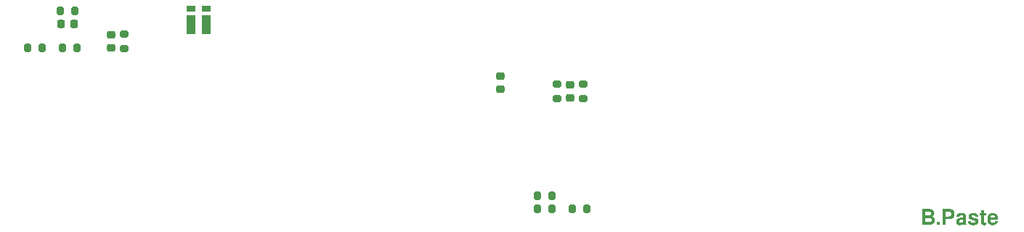
<source format=gbr>
%TF.GenerationSoftware,KiCad,Pcbnew,7.0.9-7.0.9~ubuntu20.04.1*%
%TF.CreationDate,2023-12-22T10:27:10-08:00*%
%TF.ProjectId,NX-J401-Adapter,4e582d4a-3430-4312-9d41-646170746572,1*%
%TF.SameCoordinates,Original*%
%TF.FileFunction,Paste,Bot*%
%TF.FilePolarity,Positive*%
%FSLAX46Y46*%
G04 Gerber Fmt 4.6, Leading zero omitted, Abs format (unit mm)*
G04 Created by KiCad (PCBNEW 7.0.9-7.0.9~ubuntu20.04.1) date 2023-12-22 10:27:10*
%MOMM*%
%LPD*%
G01*
G04 APERTURE LIST*
G04 Aperture macros list*
%AMRoundRect*
0 Rectangle with rounded corners*
0 $1 Rounding radius*
0 $2 $3 $4 $5 $6 $7 $8 $9 X,Y pos of 4 corners*
0 Add a 4 corners polygon primitive as box body*
4,1,4,$2,$3,$4,$5,$6,$7,$8,$9,$2,$3,0*
0 Add four circle primitives for the rounded corners*
1,1,$1+$1,$2,$3*
1,1,$1+$1,$4,$5*
1,1,$1+$1,$6,$7*
1,1,$1+$1,$8,$9*
0 Add four rect primitives between the rounded corners*
20,1,$1+$1,$2,$3,$4,$5,0*
20,1,$1+$1,$4,$5,$6,$7,0*
20,1,$1+$1,$6,$7,$8,$9,0*
20,1,$1+$1,$8,$9,$2,$3,0*%
G04 Aperture macros list end*
%ADD10C,0.300000*%
%ADD11RoundRect,0.200000X0.275000X-0.200000X0.275000X0.200000X-0.275000X0.200000X-0.275000X-0.200000X0*%
%ADD12RoundRect,0.225000X-0.250000X0.225000X-0.250000X-0.225000X0.250000X-0.225000X0.250000X0.225000X0*%
%ADD13RoundRect,0.200000X0.200000X0.275000X-0.200000X0.275000X-0.200000X-0.275000X0.200000X-0.275000X0*%
%ADD14RoundRect,0.225000X-0.225000X-0.250000X0.225000X-0.250000X0.225000X0.250000X-0.225000X0.250000X0*%
%ADD15RoundRect,0.200000X-0.200000X-0.275000X0.200000X-0.275000X0.200000X0.275000X-0.200000X0.275000X0*%
%ADD16R,1.010000X2.287000*%
%ADD17R,1.010000X0.762000*%
G04 APERTURE END LIST*
D10*
G36*
X359809182Y-105189462D02*
G01*
X359829867Y-105190047D01*
X359850193Y-105191023D01*
X359870158Y-105192388D01*
X359889765Y-105194144D01*
X359909012Y-105196290D01*
X359927899Y-105198826D01*
X359946426Y-105201752D01*
X359964594Y-105205068D01*
X359982402Y-105208775D01*
X359999851Y-105212871D01*
X360016940Y-105217358D01*
X360033669Y-105222235D01*
X360058089Y-105230282D01*
X360081699Y-105239207D01*
X360104433Y-105248827D01*
X360126060Y-105258958D01*
X360146581Y-105269600D01*
X360165994Y-105280754D01*
X360184300Y-105292419D01*
X360201500Y-105304596D01*
X360217593Y-105317284D01*
X360232579Y-105330484D01*
X360246458Y-105344195D01*
X360259230Y-105358418D01*
X360267130Y-105368184D01*
X360278313Y-105382891D01*
X360288901Y-105397537D01*
X360298893Y-105412122D01*
X360311290Y-105431474D01*
X360322628Y-105450717D01*
X360332908Y-105469852D01*
X360342129Y-105488878D01*
X360350292Y-105507796D01*
X360355720Y-105521913D01*
X360362234Y-105540654D01*
X360367879Y-105559314D01*
X360372656Y-105577892D01*
X360376564Y-105596389D01*
X360379604Y-105614805D01*
X360381775Y-105633139D01*
X360383078Y-105651391D01*
X360383513Y-105669563D01*
X360383005Y-105691354D01*
X360381482Y-105712595D01*
X360378944Y-105733287D01*
X360375390Y-105753430D01*
X360370822Y-105773023D01*
X360365238Y-105792066D01*
X360358639Y-105810559D01*
X360351024Y-105828503D01*
X360342394Y-105845897D01*
X360332749Y-105862742D01*
X360325755Y-105873667D01*
X360314324Y-105889781D01*
X360301527Y-105905880D01*
X360287363Y-105921964D01*
X360271832Y-105938033D01*
X360254935Y-105954086D01*
X360236672Y-105970124D01*
X360217042Y-105986147D01*
X360203197Y-105996820D01*
X360188744Y-106007487D01*
X360173684Y-106018147D01*
X360158016Y-106028800D01*
X360141742Y-106039446D01*
X360133377Y-106044767D01*
X360151999Y-106055953D01*
X360170029Y-106067309D01*
X360187469Y-106078836D01*
X360204318Y-106090534D01*
X360220575Y-106102402D01*
X360236241Y-106114440D01*
X360251316Y-106126649D01*
X360265800Y-106139029D01*
X360279693Y-106151579D01*
X360292994Y-106164299D01*
X360305704Y-106177190D01*
X360317823Y-106190252D01*
X360329351Y-106203484D01*
X360350634Y-106230459D01*
X360369551Y-106258116D01*
X360386104Y-106286455D01*
X360400292Y-106315476D01*
X360412116Y-106345179D01*
X360421575Y-106375564D01*
X360428669Y-106406631D01*
X360433398Y-106438380D01*
X360435763Y-106470810D01*
X360436058Y-106487281D01*
X360435583Y-106509782D01*
X360434159Y-106532119D01*
X360431784Y-106554294D01*
X360428459Y-106576305D01*
X360424184Y-106598154D01*
X360418959Y-106619840D01*
X360412785Y-106641364D01*
X360405660Y-106662724D01*
X360397599Y-106683867D01*
X360388398Y-106704956D01*
X360380749Y-106720737D01*
X360372459Y-106736488D01*
X360363528Y-106752208D01*
X360353955Y-106767897D01*
X360343742Y-106783556D01*
X360332887Y-106799184D01*
X360321391Y-106814782D01*
X360309253Y-106830350D01*
X360296293Y-106845534D01*
X360282165Y-106860146D01*
X360266868Y-106874185D01*
X360250404Y-106887652D01*
X360232772Y-106900547D01*
X360213972Y-106912868D01*
X360194003Y-106924618D01*
X360172867Y-106935794D01*
X360150564Y-106946399D01*
X360127092Y-106956430D01*
X360110795Y-106962800D01*
X360094042Y-106968848D01*
X360076895Y-106974505D01*
X360059355Y-106979772D01*
X360041421Y-106984649D01*
X360023094Y-106989136D01*
X360004373Y-106993233D01*
X359985259Y-106996939D01*
X359965751Y-107000255D01*
X359945849Y-107003182D01*
X359925554Y-107005718D01*
X359904866Y-107007864D01*
X359883784Y-107009619D01*
X359862308Y-107010985D01*
X359840439Y-107011960D01*
X359818176Y-107012545D01*
X359795519Y-107012741D01*
X358975195Y-107012741D01*
X358975195Y-106227157D01*
X359350399Y-106227157D01*
X359350399Y-106700071D01*
X359798125Y-106700071D01*
X359831728Y-106699153D01*
X359863163Y-106696400D01*
X359892430Y-106691811D01*
X359919529Y-106685387D01*
X359944460Y-106677128D01*
X359967223Y-106667033D01*
X359987819Y-106655102D01*
X360006246Y-106641336D01*
X360022505Y-106625735D01*
X360036597Y-106608298D01*
X360048520Y-106589026D01*
X360058276Y-106567919D01*
X360065864Y-106544976D01*
X360071284Y-106520197D01*
X360074536Y-106493583D01*
X360075620Y-106465134D01*
X360074536Y-106436316D01*
X360071284Y-106409358D01*
X360065864Y-106384259D01*
X360058276Y-106361019D01*
X360048520Y-106339638D01*
X360036597Y-106320117D01*
X360022505Y-106302455D01*
X360006246Y-106286651D01*
X359987819Y-106272708D01*
X359967223Y-106260623D01*
X359944460Y-106250397D01*
X359919529Y-106242031D01*
X359892430Y-106235524D01*
X359863163Y-106230876D01*
X359831728Y-106228087D01*
X359798125Y-106227157D01*
X359350399Y-106227157D01*
X358975195Y-106227157D01*
X358975195Y-105501937D01*
X359350399Y-105501937D01*
X359350399Y-105914487D01*
X359758173Y-105914487D01*
X359790251Y-105913687D01*
X359820259Y-105911285D01*
X359848198Y-105907281D01*
X359874067Y-105901677D01*
X359897867Y-105894471D01*
X359919597Y-105885663D01*
X359939257Y-105875254D01*
X359956848Y-105863244D01*
X359972370Y-105849633D01*
X359985822Y-105834420D01*
X359997204Y-105817606D01*
X360006517Y-105799190D01*
X360013761Y-105779174D01*
X360018935Y-105757555D01*
X360022039Y-105734336D01*
X360023074Y-105709515D01*
X360022039Y-105684378D01*
X360018935Y-105660864D01*
X360013761Y-105638971D01*
X360006517Y-105618699D01*
X359997204Y-105600050D01*
X359985822Y-105583022D01*
X359972370Y-105567616D01*
X359956848Y-105553831D01*
X359939257Y-105541669D01*
X359919597Y-105531127D01*
X359897867Y-105522208D01*
X359874067Y-105514910D01*
X359848198Y-105509234D01*
X359820259Y-105505180D01*
X359790251Y-105502748D01*
X359758173Y-105501937D01*
X359350399Y-105501937D01*
X358975195Y-105501937D01*
X358975195Y-105189267D01*
X359788137Y-105189267D01*
X359809182Y-105189462D01*
G37*
G36*
X361026223Y-106647525D02*
G01*
X361026223Y-107012741D01*
X360651019Y-107012741D01*
X360651019Y-106647525D01*
X361026223Y-106647525D01*
G37*
G36*
X362171246Y-105189409D02*
G01*
X362188659Y-105189833D01*
X362222701Y-105191533D01*
X362255698Y-105194366D01*
X362287651Y-105198332D01*
X362318558Y-105203431D01*
X362348420Y-105209664D01*
X362377238Y-105217029D01*
X362405010Y-105225528D01*
X362431738Y-105235160D01*
X362457421Y-105245925D01*
X362482058Y-105257823D01*
X362505651Y-105270854D01*
X362528199Y-105285019D01*
X362549702Y-105300316D01*
X362570160Y-105316747D01*
X362589573Y-105334311D01*
X362607925Y-105352950D01*
X362625094Y-105372608D01*
X362641079Y-105393283D01*
X362655879Y-105414975D01*
X362669496Y-105437686D01*
X362681928Y-105461415D01*
X362693177Y-105486161D01*
X362703241Y-105511925D01*
X362712121Y-105538707D01*
X362719818Y-105566506D01*
X362726330Y-105595324D01*
X362731658Y-105625159D01*
X362735802Y-105656012D01*
X362738763Y-105687883D01*
X362740539Y-105720772D01*
X362741131Y-105754678D01*
X362740544Y-105788926D01*
X362738783Y-105822295D01*
X362735848Y-105854785D01*
X362731740Y-105886396D01*
X362726457Y-105917129D01*
X362720001Y-105946983D01*
X362712371Y-105975958D01*
X362703567Y-106004054D01*
X362693589Y-106031272D01*
X362682437Y-106057611D01*
X362670112Y-106083072D01*
X362656612Y-106107653D01*
X362641939Y-106131356D01*
X362626091Y-106154181D01*
X362609070Y-106176126D01*
X362590875Y-106197193D01*
X362571756Y-106217176D01*
X362551853Y-106235870D01*
X362531166Y-106253274D01*
X362509695Y-106269389D01*
X362487441Y-106284216D01*
X362464403Y-106297752D01*
X362440581Y-106310000D01*
X362415976Y-106320958D01*
X362390586Y-106330627D01*
X362364414Y-106339007D01*
X362337457Y-106346098D01*
X362309717Y-106351900D01*
X362281193Y-106356412D01*
X362251885Y-106359635D01*
X362221794Y-106361569D01*
X362190918Y-106362213D01*
X361723216Y-106362213D01*
X361723216Y-107012741D01*
X361348012Y-107012741D01*
X361348012Y-105501937D01*
X361723216Y-105501937D01*
X361723216Y-106049543D01*
X362073233Y-106049543D01*
X362091240Y-106049278D01*
X362108676Y-106048480D01*
X362141833Y-106045289D01*
X362172703Y-106039971D01*
X362201286Y-106032526D01*
X362227583Y-106022953D01*
X362251593Y-106011254D01*
X362273317Y-105997427D01*
X362292753Y-105981473D01*
X362309903Y-105963391D01*
X362324767Y-105943183D01*
X362337343Y-105920847D01*
X362347633Y-105896384D01*
X362355637Y-105869794D01*
X362361353Y-105841076D01*
X362364783Y-105810232D01*
X362365927Y-105777260D01*
X362365301Y-105751601D01*
X362363423Y-105727225D01*
X362360293Y-105704131D01*
X362355912Y-105682319D01*
X362350278Y-105661790D01*
X362343392Y-105642543D01*
X362335255Y-105624579D01*
X362325866Y-105607897D01*
X362315225Y-105592498D01*
X362303332Y-105578381D01*
X362294707Y-105569682D01*
X362280659Y-105557575D01*
X362265222Y-105546659D01*
X362248395Y-105536934D01*
X362230179Y-105528400D01*
X362210573Y-105521056D01*
X362189578Y-105514904D01*
X362167194Y-105509942D01*
X362143421Y-105506171D01*
X362118258Y-105503591D01*
X362100711Y-105502532D01*
X362082547Y-105502003D01*
X362073233Y-105501937D01*
X361723216Y-105501937D01*
X361348012Y-105501937D01*
X361348012Y-105189267D01*
X362153572Y-105189267D01*
X362171246Y-105189409D01*
G37*
G36*
X363574621Y-105640004D02*
G01*
X363607553Y-105641220D01*
X363639405Y-105643247D01*
X363670177Y-105646085D01*
X363699869Y-105649734D01*
X363728482Y-105654194D01*
X363756015Y-105659464D01*
X363782468Y-105665546D01*
X363807842Y-105672438D01*
X363832135Y-105680141D01*
X363855349Y-105688655D01*
X363877484Y-105697980D01*
X363898538Y-105708115D01*
X363918513Y-105719062D01*
X363937408Y-105730819D01*
X363955224Y-105743387D01*
X363971959Y-105756767D01*
X363987615Y-105770956D01*
X364002192Y-105785957D01*
X364015688Y-105801769D01*
X364028105Y-105818391D01*
X364039442Y-105835825D01*
X364049699Y-105854069D01*
X364058877Y-105873124D01*
X364066975Y-105892990D01*
X364073993Y-105913666D01*
X364079932Y-105935154D01*
X364084790Y-105957452D01*
X364088569Y-105980562D01*
X364091269Y-106004482D01*
X364092888Y-106029213D01*
X364093428Y-106054755D01*
X364093428Y-106805162D01*
X364094677Y-106827975D01*
X364098422Y-106850163D01*
X364104665Y-106871727D01*
X364113404Y-106892667D01*
X364124641Y-106912982D01*
X364134707Y-106927809D01*
X364146178Y-106942285D01*
X364159053Y-106956409D01*
X364173333Y-106970183D01*
X364173333Y-107012741D01*
X363793352Y-107012741D01*
X363781842Y-106996275D01*
X363772283Y-106978093D01*
X363764675Y-106958192D01*
X363759993Y-106941036D01*
X363756560Y-106922780D01*
X363754375Y-106903424D01*
X363753439Y-106882970D01*
X363753400Y-106877684D01*
X363730066Y-106900980D01*
X363706424Y-106922773D01*
X363682474Y-106943063D01*
X363658214Y-106961850D01*
X363633646Y-106979134D01*
X363608769Y-106994915D01*
X363583584Y-107009193D01*
X363558089Y-107021969D01*
X363532286Y-107033241D01*
X363506174Y-107043010D01*
X363479754Y-107051276D01*
X363453025Y-107058040D01*
X363425987Y-107063300D01*
X363398640Y-107067057D01*
X363370984Y-107069312D01*
X363343020Y-107070063D01*
X363320177Y-107069629D01*
X363297898Y-107068326D01*
X363276181Y-107066155D01*
X363255028Y-107063115D01*
X363234437Y-107059207D01*
X363214410Y-107054430D01*
X363194946Y-107048784D01*
X363176046Y-107042270D01*
X363157708Y-107034888D01*
X363139934Y-107026637D01*
X363122723Y-107017517D01*
X363106075Y-107007529D01*
X363089990Y-106996673D01*
X363074469Y-106984948D01*
X363059510Y-106972354D01*
X363045115Y-106958892D01*
X363031495Y-106944715D01*
X363018754Y-106929979D01*
X363006892Y-106914683D01*
X362995908Y-106898828D01*
X362985803Y-106882412D01*
X362976576Y-106865437D01*
X362968229Y-106847902D01*
X362960760Y-106829807D01*
X362954169Y-106811152D01*
X362948458Y-106791938D01*
X362943625Y-106772163D01*
X362939671Y-106751829D01*
X362936595Y-106730936D01*
X362934398Y-106709482D01*
X362933080Y-106687468D01*
X362932641Y-106664895D01*
X362933029Y-106642841D01*
X362934000Y-106624943D01*
X363283092Y-106624943D01*
X363283892Y-106643236D01*
X363286295Y-106660553D01*
X363291549Y-106680824D01*
X363299305Y-106699568D01*
X363309564Y-106716786D01*
X363322325Y-106732478D01*
X363334335Y-106743931D01*
X363351239Y-106756567D01*
X363369924Y-106767061D01*
X363386155Y-106773914D01*
X363403525Y-106779397D01*
X363422036Y-106783509D01*
X363441686Y-106786250D01*
X363462477Y-106787621D01*
X363473299Y-106787792D01*
X363497607Y-106787067D01*
X363520861Y-106784891D01*
X363543062Y-106781265D01*
X363564210Y-106776189D01*
X363584304Y-106769662D01*
X363603344Y-106761685D01*
X363621332Y-106752258D01*
X363638265Y-106741380D01*
X363654146Y-106729052D01*
X363668973Y-106715273D01*
X363678272Y-106705282D01*
X363691232Y-106689119D01*
X363702918Y-106671735D01*
X363713329Y-106653129D01*
X363722465Y-106633303D01*
X363730326Y-106612254D01*
X363736913Y-106589985D01*
X363742224Y-106566494D01*
X363746261Y-106541781D01*
X363749023Y-106515848D01*
X363750157Y-106497880D01*
X363750723Y-106479370D01*
X363750794Y-106469911D01*
X363750794Y-106374807D01*
X363734594Y-106381800D01*
X363715849Y-106388666D01*
X363699022Y-106394067D01*
X363680565Y-106399387D01*
X363660481Y-106404625D01*
X363638767Y-106409782D01*
X363621414Y-106413596D01*
X363603144Y-106417365D01*
X363483287Y-106439947D01*
X363463178Y-106444356D01*
X363444214Y-106449117D01*
X363426395Y-106454229D01*
X363409720Y-106459692D01*
X363389269Y-106467522D01*
X363370854Y-106475977D01*
X363354474Y-106485056D01*
X363336862Y-106497282D01*
X363327821Y-106505086D01*
X363314935Y-106519234D01*
X363304233Y-106535077D01*
X363295716Y-106552618D01*
X363289382Y-106571854D01*
X363285232Y-106592787D01*
X363283485Y-106610755D01*
X363283092Y-106624943D01*
X362934000Y-106624943D01*
X362934195Y-106621352D01*
X362936137Y-106600429D01*
X362938856Y-106580071D01*
X362942353Y-106560280D01*
X362946626Y-106541054D01*
X362951676Y-106522394D01*
X362957503Y-106504299D01*
X362964106Y-106486770D01*
X362971487Y-106469807D01*
X362979645Y-106453410D01*
X362988580Y-106437578D01*
X362998291Y-106422313D01*
X363008780Y-106407613D01*
X363020045Y-106393478D01*
X363032087Y-106379910D01*
X363044907Y-106366907D01*
X363058503Y-106354470D01*
X363072876Y-106342598D01*
X363088026Y-106331292D01*
X363103953Y-106320552D01*
X363120657Y-106310378D01*
X363138138Y-106300770D01*
X363156395Y-106291727D01*
X363175430Y-106283250D01*
X363195242Y-106275339D01*
X363215830Y-106267993D01*
X363237196Y-106261213D01*
X363259338Y-106254999D01*
X363282257Y-106249351D01*
X363305953Y-106244268D01*
X363330427Y-106239751D01*
X363470694Y-106214998D01*
X363488846Y-106213074D01*
X363507507Y-106210670D01*
X363520634Y-106208918D01*
X363538814Y-106206193D01*
X363557547Y-106203056D01*
X363575387Y-106199252D01*
X363577957Y-106198496D01*
X363594916Y-106194068D01*
X363611947Y-106190269D01*
X363626594Y-106187205D01*
X363645396Y-106182846D01*
X363662258Y-106177520D01*
X363677838Y-106169834D01*
X363692301Y-106159931D01*
X363706550Y-106149590D01*
X363714316Y-106143779D01*
X363727303Y-106131869D01*
X363737725Y-106117589D01*
X363742977Y-106105998D01*
X363747741Y-106089184D01*
X363750305Y-106070660D01*
X363750794Y-106057360D01*
X363749011Y-106033224D01*
X363743664Y-106011462D01*
X363734752Y-105992074D01*
X363722275Y-105975060D01*
X363706233Y-105960421D01*
X363686626Y-105948155D01*
X363663455Y-105938263D01*
X363646027Y-105932987D01*
X363627014Y-105928767D01*
X363606417Y-105925601D01*
X363584236Y-105923491D01*
X363560470Y-105922436D01*
X363547993Y-105922304D01*
X363524326Y-105922655D01*
X363502018Y-105923709D01*
X363481069Y-105925464D01*
X363461479Y-105927922D01*
X363443248Y-105931083D01*
X363421053Y-105936389D01*
X363401273Y-105942944D01*
X363383910Y-105950747D01*
X363368962Y-105959798D01*
X363365602Y-105962256D01*
X363350157Y-105976332D01*
X363339205Y-105989882D01*
X363329502Y-106005468D01*
X363321047Y-106023090D01*
X363313841Y-106042747D01*
X363307884Y-106064440D01*
X363304235Y-106082045D01*
X363301288Y-106100796D01*
X363300462Y-106107301D01*
X362963039Y-106107301D01*
X362965549Y-106078526D01*
X362969061Y-106050665D01*
X362973576Y-106023717D01*
X362979094Y-105997683D01*
X362985613Y-105972562D01*
X362993136Y-105948355D01*
X363001661Y-105925061D01*
X363011188Y-105902681D01*
X363021718Y-105881214D01*
X363033251Y-105860661D01*
X363045786Y-105841021D01*
X363059324Y-105822295D01*
X363073864Y-105804482D01*
X363089407Y-105787582D01*
X363105952Y-105771596D01*
X363123500Y-105756524D01*
X363142050Y-105742365D01*
X363161603Y-105729120D01*
X363182159Y-105716788D01*
X363203717Y-105705369D01*
X363226277Y-105694864D01*
X363249840Y-105685272D01*
X363274406Y-105676594D01*
X363299974Y-105668830D01*
X363326544Y-105661979D01*
X363354118Y-105656041D01*
X363382693Y-105651017D01*
X363412272Y-105646906D01*
X363442853Y-105643709D01*
X363474436Y-105641425D01*
X363507022Y-105640055D01*
X363540610Y-105639598D01*
X363574621Y-105640004D01*
G37*
G36*
X364659274Y-106620166D02*
G01*
X364664186Y-106640821D01*
X364670239Y-106660227D01*
X364677431Y-106678385D01*
X364685764Y-106695294D01*
X364695236Y-106710954D01*
X364705849Y-106725366D01*
X364717601Y-106738530D01*
X364730493Y-106750445D01*
X364745462Y-106760929D01*
X364763443Y-106770014D01*
X364784437Y-106777702D01*
X364802159Y-106782551D01*
X364821576Y-106786613D01*
X364842688Y-106789889D01*
X364865495Y-106792379D01*
X364889996Y-106794082D01*
X364916192Y-106795000D01*
X364934597Y-106795174D01*
X364957085Y-106794869D01*
X364978627Y-106793953D01*
X364999223Y-106792426D01*
X365018871Y-106790289D01*
X365037573Y-106787541D01*
X365055329Y-106784182D01*
X365077531Y-106778754D01*
X365098050Y-106772240D01*
X365116886Y-106764640D01*
X365125673Y-106760433D01*
X365141856Y-106751212D01*
X365159051Y-106738483D01*
X365172874Y-106724418D01*
X365183325Y-106709018D01*
X365190405Y-106692281D01*
X365194114Y-106674209D01*
X365194721Y-106662724D01*
X365193065Y-106643508D01*
X365188098Y-106626246D01*
X365179820Y-106610938D01*
X365168231Y-106597584D01*
X365152760Y-106585316D01*
X365135216Y-106575116D01*
X365117201Y-106566770D01*
X365100089Y-106560095D01*
X365081069Y-106553674D01*
X365077036Y-106552421D01*
X364659274Y-106422576D01*
X364641198Y-106417691D01*
X364628875Y-106413891D01*
X364611965Y-106408134D01*
X364595025Y-106401938D01*
X364590226Y-106399994D01*
X364573175Y-106392742D01*
X364556265Y-106386220D01*
X364548971Y-106383492D01*
X364531558Y-106376351D01*
X364515440Y-106368299D01*
X364502505Y-106360042D01*
X364487944Y-106348806D01*
X364473273Y-106337732D01*
X364461249Y-106328775D01*
X364446839Y-106316536D01*
X364434549Y-106303703D01*
X364423479Y-106288901D01*
X364422600Y-106287520D01*
X364413139Y-106271277D01*
X364404183Y-106255263D01*
X364395832Y-106239836D01*
X364393939Y-106236277D01*
X364386183Y-106219258D01*
X364379526Y-106200934D01*
X364374532Y-106183549D01*
X364371357Y-106169834D01*
X364368127Y-106150673D01*
X364365820Y-106130968D01*
X364364558Y-106113281D01*
X364364003Y-106095178D01*
X364363974Y-106089930D01*
X364364556Y-106064268D01*
X364366302Y-106039284D01*
X364369211Y-106014979D01*
X364373284Y-105991352D01*
X364378521Y-105968404D01*
X364384921Y-105946134D01*
X364392485Y-105924543D01*
X364401212Y-105903631D01*
X364411104Y-105883397D01*
X364422159Y-105863841D01*
X364434378Y-105844964D01*
X364447760Y-105826766D01*
X364462306Y-105809246D01*
X364478016Y-105792405D01*
X364494890Y-105776242D01*
X364512927Y-105760758D01*
X364531970Y-105746086D01*
X364551861Y-105732361D01*
X364572601Y-105719583D01*
X364594188Y-105707751D01*
X364616624Y-105696865D01*
X364639908Y-105686926D01*
X364664040Y-105677934D01*
X364689021Y-105669888D01*
X364714849Y-105662789D01*
X364741526Y-105656636D01*
X364769051Y-105651430D01*
X364797424Y-105647171D01*
X364826645Y-105643858D01*
X364856714Y-105641492D01*
X364887632Y-105640072D01*
X364919398Y-105639598D01*
X364953028Y-105640072D01*
X364985738Y-105641492D01*
X365017529Y-105643858D01*
X365048401Y-105647171D01*
X365078354Y-105651430D01*
X365107386Y-105656636D01*
X365135500Y-105662789D01*
X365162694Y-105669888D01*
X365188969Y-105677934D01*
X365214324Y-105686926D01*
X365238760Y-105696865D01*
X365262276Y-105707751D01*
X365284873Y-105719583D01*
X365306551Y-105732361D01*
X365327309Y-105746086D01*
X365347148Y-105760758D01*
X365365941Y-105776271D01*
X365383565Y-105792520D01*
X365400018Y-105809506D01*
X365415300Y-105827228D01*
X365429412Y-105845685D01*
X365442353Y-105864880D01*
X365454124Y-105884810D01*
X365464725Y-105905476D01*
X365474154Y-105926879D01*
X365482414Y-105949018D01*
X365489503Y-105971893D01*
X365495422Y-105995505D01*
X365500170Y-106019852D01*
X365503747Y-106044936D01*
X365506154Y-106070756D01*
X365507391Y-106097312D01*
X365169534Y-106097312D01*
X365168241Y-106075173D01*
X365165015Y-106054463D01*
X365159854Y-106035180D01*
X365152760Y-106017326D01*
X365143732Y-106000901D01*
X365132771Y-105985903D01*
X365119875Y-105972334D01*
X365105046Y-105960194D01*
X365088282Y-105949481D01*
X365069585Y-105940197D01*
X365048954Y-105932341D01*
X365026389Y-105925914D01*
X365001891Y-105920915D01*
X364975458Y-105917344D01*
X364947092Y-105915202D01*
X364916792Y-105914487D01*
X364894251Y-105915017D01*
X364872877Y-105916604D01*
X364852670Y-105919251D01*
X364833631Y-105922956D01*
X364815758Y-105927719D01*
X364799052Y-105933541D01*
X364779812Y-105942307D01*
X364769142Y-105948360D01*
X364753379Y-105959518D01*
X364740288Y-105971820D01*
X364728105Y-105988095D01*
X364719769Y-106006019D01*
X364715280Y-106025591D01*
X364714425Y-106039555D01*
X364715972Y-106058554D01*
X364721411Y-106077073D01*
X364730766Y-106092569D01*
X364739178Y-106101221D01*
X364754730Y-106111752D01*
X364770277Y-106119792D01*
X364789153Y-106127955D01*
X364807424Y-106134851D01*
X364828007Y-106141831D01*
X364836888Y-106144647D01*
X365279402Y-106272321D01*
X365311533Y-106282758D01*
X365341590Y-106294638D01*
X365369575Y-106307959D01*
X365395487Y-106322722D01*
X365419325Y-106338928D01*
X365441091Y-106356575D01*
X365460784Y-106375664D01*
X365478404Y-106396194D01*
X365493951Y-106418167D01*
X365507425Y-106441582D01*
X365518826Y-106466438D01*
X365528154Y-106492737D01*
X365535409Y-106520477D01*
X365540592Y-106549659D01*
X365543701Y-106580283D01*
X365544738Y-106612349D01*
X365544303Y-106631722D01*
X365543001Y-106650972D01*
X365540829Y-106670100D01*
X365537789Y-106689105D01*
X365533881Y-106707989D01*
X365529104Y-106726751D01*
X365523459Y-106745390D01*
X365516945Y-106763907D01*
X365509576Y-106782343D01*
X365501148Y-106800738D01*
X365491662Y-106819093D01*
X365481118Y-106837406D01*
X365469515Y-106855680D01*
X365456853Y-106873912D01*
X365443133Y-106892103D01*
X365432149Y-106905720D01*
X365428355Y-106910254D01*
X365416336Y-106923596D01*
X365403241Y-106936427D01*
X365389069Y-106948746D01*
X365373821Y-106960554D01*
X365357497Y-106971851D01*
X365340096Y-106982636D01*
X365321619Y-106992909D01*
X365302066Y-107002671D01*
X365281436Y-107011922D01*
X365259730Y-107020661D01*
X365244661Y-107026203D01*
X365221303Y-107034041D01*
X365197150Y-107041108D01*
X365172204Y-107047405D01*
X365155132Y-107051174D01*
X365137707Y-107054601D01*
X365119929Y-107057685D01*
X365101799Y-107060426D01*
X365083315Y-107062825D01*
X365064479Y-107064881D01*
X365045290Y-107066594D01*
X365025748Y-107067965D01*
X365005854Y-107068993D01*
X364985606Y-107069678D01*
X364965006Y-107070020D01*
X364954573Y-107070063D01*
X364916219Y-107069624D01*
X364879054Y-107068306D01*
X364843076Y-107066109D01*
X364808287Y-107063034D01*
X364774687Y-107059079D01*
X364742274Y-107054247D01*
X364711050Y-107048535D01*
X364681014Y-107041945D01*
X364652166Y-107034476D01*
X364624507Y-107026128D01*
X364598036Y-107016902D01*
X364572753Y-107006797D01*
X364548659Y-106995813D01*
X364525753Y-106983950D01*
X364504035Y-106971209D01*
X364483505Y-106957589D01*
X364464164Y-106943090D01*
X364446011Y-106927713D01*
X364429047Y-106911457D01*
X364413270Y-106894322D01*
X364398682Y-106876309D01*
X364385282Y-106857417D01*
X364373071Y-106837646D01*
X364362047Y-106816996D01*
X364352212Y-106795468D01*
X364343566Y-106773061D01*
X364336107Y-106749775D01*
X364329837Y-106725611D01*
X364324755Y-106700568D01*
X364320862Y-106674646D01*
X364318157Y-106647845D01*
X364316640Y-106620166D01*
X364659274Y-106620166D01*
G37*
G36*
X366394592Y-105689539D02*
G01*
X366394592Y-105922304D01*
X366199607Y-105922304D01*
X366199607Y-106657513D01*
X366199953Y-106679036D01*
X366200992Y-106698659D01*
X366202722Y-106716383D01*
X366205858Y-106735865D01*
X366211049Y-106755326D01*
X366219073Y-106772627D01*
X366221755Y-106776501D01*
X366236031Y-106789040D01*
X366253421Y-106797073D01*
X366271966Y-106801776D01*
X366289985Y-106804155D01*
X366310337Y-106805134D01*
X366314687Y-106805162D01*
X366332069Y-106804578D01*
X366350864Y-106803079D01*
X366369893Y-106801010D01*
X366388122Y-106798674D01*
X366394592Y-106797780D01*
X366394592Y-107042705D01*
X366372811Y-107049117D01*
X366355816Y-107053365D01*
X366338256Y-107057132D01*
X366320132Y-107060418D01*
X366301442Y-107063224D01*
X366282188Y-107065548D01*
X366262369Y-107067392D01*
X366241985Y-107068754D01*
X366221036Y-107069636D01*
X366199522Y-107070037D01*
X366192225Y-107070063D01*
X366171118Y-107069753D01*
X366150681Y-107068823D01*
X366130915Y-107067273D01*
X366111818Y-107065103D01*
X366093392Y-107062313D01*
X366075635Y-107058903D01*
X366058549Y-107054873D01*
X366026386Y-107044953D01*
X365996904Y-107032553D01*
X365970102Y-107017672D01*
X365945980Y-107000312D01*
X365924538Y-106980471D01*
X365905776Y-106958151D01*
X365889695Y-106933350D01*
X365876294Y-106906070D01*
X365865573Y-106876309D01*
X365857532Y-106844068D01*
X365852172Y-106809348D01*
X365850497Y-106791057D01*
X365849492Y-106772147D01*
X365849157Y-106752616D01*
X365849157Y-105922304D01*
X365676754Y-105922304D01*
X365676754Y-105689539D01*
X365849157Y-105689539D01*
X365849157Y-105326928D01*
X366199607Y-105326928D01*
X366199607Y-105689539D01*
X366394592Y-105689539D01*
G37*
G36*
X367212012Y-105639911D02*
G01*
X367233698Y-105640847D01*
X367255221Y-105642408D01*
X367276582Y-105644592D01*
X367297779Y-105647402D01*
X367318814Y-105650835D01*
X367339686Y-105654893D01*
X367360394Y-105659575D01*
X367381083Y-105665077D01*
X367401894Y-105671598D01*
X367422827Y-105679137D01*
X367443882Y-105687693D01*
X367459753Y-105694778D01*
X367475693Y-105702436D01*
X367491702Y-105710666D01*
X367507780Y-105719469D01*
X367523926Y-105728844D01*
X367529323Y-105732097D01*
X367545324Y-105742201D01*
X367560921Y-105752809D01*
X367576113Y-105763921D01*
X367590900Y-105775537D01*
X367605283Y-105787656D01*
X367619261Y-105800279D01*
X367632835Y-105813407D01*
X367646004Y-105827038D01*
X367658769Y-105841172D01*
X367671129Y-105855811D01*
X367679144Y-105865850D01*
X367690904Y-105881542D01*
X367702243Y-105898165D01*
X367713163Y-105915720D01*
X367723663Y-105934206D01*
X367733743Y-105953623D01*
X367743403Y-105973971D01*
X367752644Y-105995251D01*
X367761464Y-106017462D01*
X367769865Y-106040605D01*
X367777846Y-106064678D01*
X367782933Y-106081245D01*
X367787824Y-106098115D01*
X367792399Y-106115287D01*
X367796658Y-106132761D01*
X367800602Y-106150537D01*
X367804231Y-106168615D01*
X367807544Y-106186995D01*
X367810541Y-106205677D01*
X367813223Y-106224660D01*
X367815589Y-106243946D01*
X367817640Y-106263534D01*
X367819376Y-106283423D01*
X367820796Y-106303615D01*
X367821900Y-106324108D01*
X367822689Y-106344904D01*
X367823162Y-106366001D01*
X367823320Y-106387401D01*
X367823065Y-106406128D01*
X367822302Y-106424856D01*
X367821030Y-106443584D01*
X367820714Y-106447329D01*
X366915274Y-106447329D01*
X366916054Y-106466430D01*
X366917093Y-106484866D01*
X366918389Y-106502637D01*
X366920371Y-106523915D01*
X366922757Y-106544155D01*
X366925545Y-106563355D01*
X366928736Y-106581517D01*
X366932689Y-106598970D01*
X366937489Y-106616317D01*
X366943138Y-106633558D01*
X366949635Y-106650693D01*
X366956980Y-106667723D01*
X366965174Y-106684646D01*
X366968689Y-106691385D01*
X366978438Y-106707598D01*
X366989503Y-106722581D01*
X367001882Y-106736334D01*
X367015575Y-106748857D01*
X367030584Y-106760151D01*
X367046907Y-106770214D01*
X367053804Y-106773895D01*
X367072146Y-106782152D01*
X367091887Y-106789010D01*
X367108688Y-106793488D01*
X367126384Y-106797071D01*
X367144976Y-106799758D01*
X367164463Y-106801549D01*
X367184847Y-106802445D01*
X367195374Y-106802557D01*
X367219880Y-106801892D01*
X367243347Y-106799897D01*
X367265776Y-106796572D01*
X367287167Y-106791917D01*
X367307519Y-106785933D01*
X367326834Y-106778618D01*
X367345110Y-106769973D01*
X367362349Y-106759999D01*
X367378549Y-106748695D01*
X367393711Y-106736060D01*
X367407834Y-106722096D01*
X367420920Y-106706802D01*
X367432967Y-106690178D01*
X367443977Y-106672223D01*
X367453948Y-106652939D01*
X367462881Y-106632325D01*
X367808120Y-106632325D01*
X367800514Y-106657033D01*
X367792026Y-106681105D01*
X367782655Y-106704544D01*
X367772402Y-106727348D01*
X367761267Y-106749517D01*
X367749251Y-106771052D01*
X367736352Y-106791953D01*
X367722570Y-106812219D01*
X367707907Y-106831851D01*
X367692362Y-106850848D01*
X367675935Y-106869211D01*
X367658625Y-106886940D01*
X367640434Y-106904034D01*
X367621360Y-106920493D01*
X367601404Y-106936319D01*
X367580566Y-106951509D01*
X367559063Y-106965865D01*
X367537113Y-106979295D01*
X367514714Y-106991799D01*
X367491868Y-107003377D01*
X367468574Y-107014028D01*
X367444832Y-107023753D01*
X367420642Y-107032552D01*
X367396004Y-107040425D01*
X367370919Y-107047371D01*
X367345385Y-107053392D01*
X367319404Y-107058486D01*
X367292975Y-107062654D01*
X367266098Y-107065895D01*
X367238773Y-107068211D01*
X367211001Y-107069600D01*
X367182781Y-107070063D01*
X367164932Y-107069881D01*
X367147322Y-107069336D01*
X367129950Y-107068426D01*
X367095921Y-107065515D01*
X367062846Y-107061149D01*
X367030724Y-107055327D01*
X366999556Y-107048049D01*
X366969340Y-107039317D01*
X366940078Y-107029128D01*
X366911770Y-107017485D01*
X366884415Y-107004386D01*
X366858013Y-106989831D01*
X366832564Y-106973821D01*
X366808069Y-106956355D01*
X366784527Y-106937434D01*
X366761939Y-106917058D01*
X366740304Y-106895226D01*
X366729843Y-106883764D01*
X366709861Y-106859934D01*
X366691167Y-106835018D01*
X366673762Y-106809017D01*
X366657647Y-106781929D01*
X366642821Y-106753756D01*
X366629284Y-106724498D01*
X366617037Y-106694154D01*
X366606078Y-106662724D01*
X366596409Y-106630208D01*
X366588029Y-106596607D01*
X366584323Y-106579400D01*
X366580938Y-106561920D01*
X366577877Y-106544170D01*
X366575137Y-106526148D01*
X366572720Y-106507855D01*
X366570625Y-106489290D01*
X366568852Y-106470454D01*
X366567402Y-106451346D01*
X366566274Y-106431967D01*
X366565468Y-106412317D01*
X366564984Y-106392395D01*
X366564823Y-106372201D01*
X366564987Y-106351090D01*
X366565478Y-106330259D01*
X366566297Y-106309709D01*
X366567442Y-106289440D01*
X366568916Y-106269452D01*
X366570716Y-106249744D01*
X366572844Y-106230317D01*
X366574809Y-106214998D01*
X366920051Y-106214998D01*
X367458104Y-106214998D01*
X367456309Y-106196806D01*
X367454073Y-106179144D01*
X367449893Y-106153643D01*
X367444720Y-106129333D01*
X367438554Y-106106213D01*
X367431397Y-106084285D01*
X367423247Y-106063547D01*
X367414104Y-106044000D01*
X367403969Y-106025644D01*
X367392842Y-106008478D01*
X367380723Y-105992504D01*
X367376462Y-105987444D01*
X367363124Y-105973086D01*
X367348839Y-105960141D01*
X367333608Y-105948608D01*
X367317430Y-105938487D01*
X367300305Y-105929779D01*
X367282234Y-105922482D01*
X367263216Y-105916598D01*
X367243252Y-105912126D01*
X367222341Y-105909066D01*
X367200484Y-105907419D01*
X367185386Y-105907105D01*
X367157378Y-105908308D01*
X367130893Y-105911916D01*
X367105931Y-105917929D01*
X367082493Y-105926348D01*
X367060578Y-105937173D01*
X367040186Y-105950402D01*
X367021318Y-105966038D01*
X367003972Y-105984078D01*
X366988151Y-106004524D01*
X366973852Y-106027376D01*
X366961077Y-106052632D01*
X366949825Y-106080295D01*
X366940097Y-106110362D01*
X366931891Y-106142836D01*
X366928360Y-106159974D01*
X366925210Y-106177714D01*
X366922440Y-106196055D01*
X366920051Y-106214998D01*
X366574809Y-106214998D01*
X366575300Y-106211171D01*
X366578083Y-106192306D01*
X366581193Y-106173721D01*
X366584631Y-106155417D01*
X366588396Y-106137394D01*
X366592488Y-106119651D01*
X366596908Y-106102189D01*
X366601655Y-106085008D01*
X366606730Y-106068108D01*
X366612132Y-106051489D01*
X366623918Y-106019092D01*
X366637014Y-105987818D01*
X366651419Y-105957667D01*
X366667134Y-105928640D01*
X366684158Y-105900735D01*
X366702492Y-105873953D01*
X366722136Y-105848294D01*
X366732449Y-105835886D01*
X366753881Y-105812116D01*
X366776269Y-105789881D01*
X366799614Y-105769179D01*
X366823916Y-105750010D01*
X366849174Y-105732375D01*
X366875390Y-105716273D01*
X366902562Y-105701705D01*
X366930690Y-105688670D01*
X366959776Y-105677169D01*
X366989818Y-105667201D01*
X367020817Y-105658767D01*
X367052773Y-105651866D01*
X367085685Y-105646499D01*
X367119554Y-105642665D01*
X367154380Y-105640365D01*
X367172152Y-105639790D01*
X367190163Y-105639598D01*
X367212012Y-105639911D01*
G37*
D11*
%TO.C,R14*%
X265938000Y-86423000D03*
X265938000Y-84773000D03*
%TD*%
D12*
%TO.C,C12*%
X309753000Y-89649000D03*
X309753000Y-91199000D03*
%TD*%
D11*
%TO.C,R17*%
X319405000Y-92265000D03*
X319405000Y-90615000D03*
%TD*%
D13*
%TO.C,R19*%
X315785000Y-103632000D03*
X314135000Y-103632000D03*
%TD*%
D14*
%TO.C,C10*%
X258559000Y-83566000D03*
X260109000Y-83566000D03*
%TD*%
D12*
%TO.C,C13*%
X317881000Y-90665000D03*
X317881000Y-92215000D03*
%TD*%
D11*
%TO.C,R18*%
X316357000Y-92265000D03*
X316357000Y-90615000D03*
%TD*%
D12*
%TO.C,C11*%
X264414000Y-84823000D03*
X264414000Y-86373000D03*
%TD*%
D15*
%TO.C,R15*%
X258763000Y-86360000D03*
X260413000Y-86360000D03*
%TD*%
%TO.C,R16*%
X254699000Y-86360000D03*
X256349000Y-86360000D03*
%TD*%
D16*
%TO.C,R13*%
X275463000Y-83693000D03*
D17*
X275463000Y-81787000D03*
X273693000Y-81787000D03*
D16*
X273693000Y-83692500D03*
%TD*%
D13*
%TO.C,R12*%
X260159000Y-82042000D03*
X258509000Y-82042000D03*
%TD*%
D15*
%TO.C,R20*%
X318199000Y-105156000D03*
X319849000Y-105156000D03*
%TD*%
%TO.C,R21*%
X314135000Y-105156000D03*
X315785000Y-105156000D03*
%TD*%
M02*

</source>
